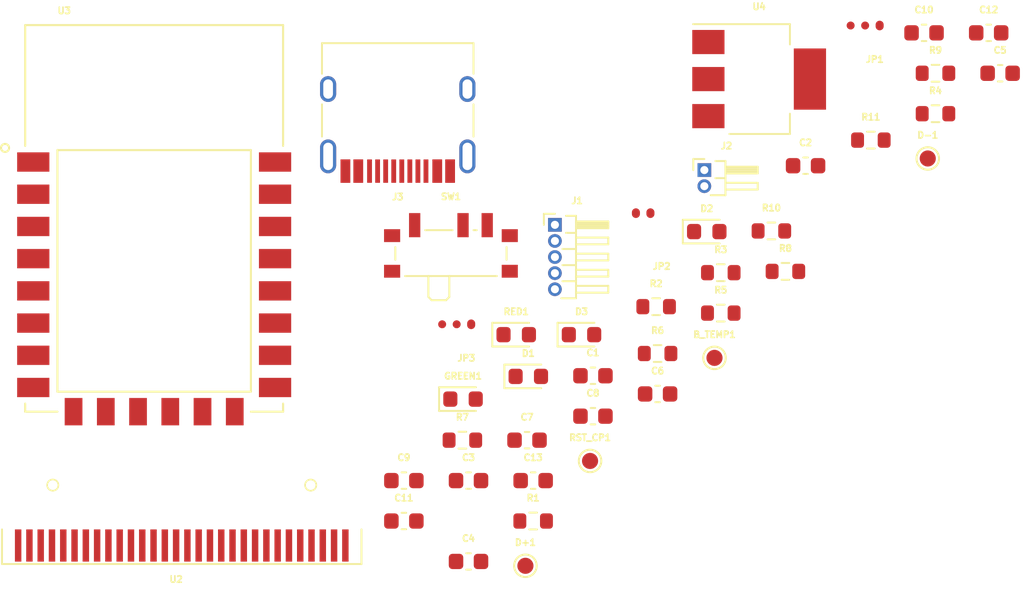
<source format=kicad_pcb>
(kicad_pcb (version 20211014) (generator pcbnew)
  (layers (0 "F.Cu" signal) (31 "B.Cu" signal) (34 "B.Paste" user) (35 "F.Paste" user) (36 "B.SilkS" user "B.Silkscreen") (37 "F.SilkS" user "F.Silkscreen") (38 "B.Mask" user) (39 "F.Mask" user) (44 "Edge.Cuts" user))
  (net 0 "")
  (net 1 "Net-(B_TEMP1-Pad1)")
  (net 2 "Net-(C1-Pad1)")
  (net 3 "GND")
  (net 4 "VIN")
  (net 5 "Net-(C4-Pad1)")
  (net 6 "Net-(C5-Pad1)")
  (net 7 "Net-(C5-Pad2)")
  (net 8 "Net-(C6-Pad1)")
  (net 9 "Net-(C7-Pad1)")
  (net 10 "Net-(C8-Pad1)")
  (net 11 "/RST#")
  (net 12 "Net-(C13-Pad1)")
  (net 13 "+3V3")
  (net 14 "VCC")
  (net 15 "/BATTERY +VE")
  (net 16 "/USB_D+")
  (net 17 "/USB_D-")
  (net 18 "Net-(GREEN1-Pad1)")
  (net 19 "Net-(GREEN1-Pad2)")
  (net 20 "Net-(J1-Pad3)")
  (net 21 "Net-(J1-Pad4)")
  (net 22 "/AT_RXD")
  (net 23 "/CP_TXD")
  (net 24 "/AT_TXD")
  (net 25 "/CP_RXD")
  (net 26 "Net-(R1-Pad2)")
  (net 27 "3.3V")
  (net 28 "/SCL_3.3")
  (net 29 "Net-(R4-Pad1)")
  (net 30 "/SDA_3.3")
  (net 31 "Net-(RED1-Pad1)")
  (net 40 "Net-(C6-Pad2)")
  (net 41 "Net-(C10-Pad1)")
  (net 47 "Net-(JP2-Pad1)")
  (net 48 "Net-(R5-Pad1)")
  (net 49 "Net-(R8-Pad1)")
  (net 50 "Net-(R11-Pad2)")
  (footprint "Package_TO_SOT_SMD:SOT-223" (layer "F.Cu") (at 151.36 78.575)
    (fp_text reference "U4" (at 0 -4.5) (layer "F.SilkS") (effects (font (size 0.4 0.4) (thickness 0.14))))
    (fp_text value "LM3940IMP-3.3/NOPB")
    (fp_line (start -4.1 -3.41) (end 1.91 -3.41) (layer "F.SilkS") (width 0.12))
    (fp_line (start -1.85 3.41) (end 1.91 3.41) (layer "F.SilkS") (width 0.12))
    (fp_line (start 1.91 3.41) (end 1.91 2.15) (layer "F.SilkS") (width 0.12))
    (fp_line (start 1.91 -3.41) (end 1.91 -2.15) (layer "F.SilkS") (width 0.12))
    (pad "1" smd rect (at -3.15 -2.3) (size 2 1.5) (layers "F.Cu" "F.Paste" "F.Mask") (net 41 "Net-(C10-Pad1)"))
    (pad "2" smd rect (at -3.15 0) (size 2 1.5) (layers "F.Cu" "F.Paste" "F.Mask") (net 3 "GND"))
    (pad "3" smd rect (at -3.15 2.3) (size 2 1.5) (layers "F.Cu" "F.Paste" "F.Mask") (net 13 "+3V3"))
    (pad "4" smd rect (at 3.15 0) (size 2 3.8) (layers "F.Cu" "F.Paste" "F.Mask"))
  )
  (footprint "TestPoint:TestPoint_Pad_D1.0mm" (layer "F.Cu") (at 140.87 102.285)
    (fp_text reference "RST_CP1" (at 0 -1.448) (layer "F.SilkS") (effects (font (size 0.4 0.4) (thickness 0.14))))
    (fp_text value "0-RST")
    (fp_circle (center 0 0) (end 0 0.7) (layer "F.SilkS") (width 0.12) (fill none))
    (pad "1" smd circle (at 0 0) (size 1 1) (layers "F.Cu" "F.Mask") (net 26 "Net-(R1-Pad2)"))
  )
  (footprint "TestPoint:TestPoint_Pad_D1.0mm" (layer "F.Cu") (at 136.86 108.795)
    (fp_text reference "D+1" (at 0 -1.448) (layer "F.SilkS") (effects (font (size 0.4 0.4) (thickness 0.14))))
    (fp_text value "D+")
    (fp_circle (center 0 0) (end 0 0.7) (layer "F.SilkS") (width 0.12) (fill none))
    (pad "1" smd circle (at 0 0) (size 1 1) (layers "F.Cu" "F.Mask") (net 16 "/USB_D+"))
  )
  (footprint "Resistor_SMD:R_0603_1608Metric" (layer "F.Cu") (at 137.34 106.015)
    (fp_text reference "R1" (at 0 -1.43) (layer "F.SilkS") (effects (font (size 0.4 0.4) (thickness 0.14))))
    (fp_text value "4.7k")
    (fp_line (start -0.237258 -0.5225) (end 0.237258 -0.5225) (layer "F.SilkS") (width 0.12))
    (fp_line (start -0.237258 0.5225) (end 0.237258 0.5225) (layer "F.SilkS") (width 0.12))
    (pad "1" smd roundrect (at -0.825 0) (size 0.8 0.95) (layers "F.Cu" "F.Paste" "F.Mask") (net 4 "VIN"))
    (pad "2" smd roundrect (at 0.825 0) (size 0.8 0.95) (layers "F.Cu" "F.Paste" "F.Mask") (net 26 "Net-(R1-Pad2)"))
  )
  (footprint "Capacitor_SMD:C_0603_1608Metric" (layer "F.Cu") (at 136.96 100.995)
    (fp_text reference "C7" (at 0 -1.43) (layer "F.SilkS") (effects (font (size 0.4 0.4) (thickness 0.14))))
    (fp_text value "2.2uf")
    (fp_line (start -0.14058 -0.51) (end 0.14058 -0.51) (layer "F.SilkS") (width 0.12))
    (fp_line (start -0.14058 0.51) (end 0.14058 0.51) (layer "F.SilkS") (width 0.12))
    (pad "1" smd roundrect (at -0.775 0) (size 0.9 0.95) (layers "F.Cu" "F.Paste" "F.Mask") (net 9 "Net-(C7-Pad1)"))
    (pad "2" smd roundrect (at 0.775 0) (size 0.9 0.95) (layers "F.Cu" "F.Paste" "F.Mask") (net 3 "GND"))
  )
  (footprint "Capacitor_SMD:C_0603_1608Metric" (layer "F.Cu") (at 165.6 75.705)
    (fp_text reference "C12" (at 0 -1.43) (layer "F.SilkS") (effects (font (size 0.4 0.4) (thickness 0.14))))
    (fp_text value "10uf")
    (fp_line (start -0.14058 0.51) (end 0.14058 0.51) (layer "F.SilkS") (width 0.12))
    (fp_line (start -0.14058 -0.51) (end 0.14058 -0.51) (layer "F.SilkS") (width 0.12))
    (pad "1" smd roundrect (at -0.775 0) (size 0.9 0.95) (layers "F.Cu" "F.Paste" "F.Mask") (net 15 "/BATTERY +VE"))
    (pad "2" smd roundrect (at 0.775 0) (size 0.9 0.95) (layers "F.Cu" "F.Paste" "F.Mask") (net 3 "GND"))
  )
  (footprint "Capacitor_SMD:C_0603_1608Metric" (layer "F.Cu") (at 133.33 103.505)
    (fp_text reference "C3" (at 0 -1.43) (layer "F.SilkS") (effects (font (size 0.4 0.4) (thickness 0.14))))
    (fp_text value "1uf")
    (fp_line (start -0.14058 -0.51) (end 0.14058 -0.51) (layer "F.SilkS") (width 0.12))
    (fp_line (start -0.14058 0.51) (end 0.14058 0.51) (layer "F.SilkS") (width 0.12))
    (pad "1" smd roundrect (at -0.775 0) (size 0.9 0.95) (layers "F.Cu" "F.Paste" "F.Mask") (net 4 "VIN"))
    (pad "2" smd roundrect (at 0.775 0) (size 0.9 0.95) (layers "F.Cu" "F.Paste" "F.Mask") (net 3 "GND"))
  )
  (footprint "Display:OLED-128O064D" (layer "F.Cu") (at 115.54 107.535)
    (fp_text reference "U2" (at -0.35 2.1) (layer "F.SilkS") (effects (font (size 0.4 0.4) (thickness 0.14))))
    (fp_text value "SSD1306")
    (fp_line (start 11.15 1.15) (end 11.15 -1) (layer "F.SilkS") (width 0.12))
    (fp_line (start -11.15 1.15) (end 11.15 1.15) (layer "F.SilkS") (width 0.12))
    (fp_line (start -11.15 -1) (end -11.15 1.15) (layer "F.SilkS") (width 0.12))
    (fp_circle (center -8 -3.75) (end -7.65 -3.75) (layer "F.SilkS") (width 0.1) (fill none))
    (fp_circle (center 8 -3.75) (end 8.35 -3.75) (layer "F.SilkS") (width 0.1) (fill none))
    (pad "1" smd rect (at -10.15 0) (size 0.4 2) (layers "F.Cu" "F.Paste" "F.Mask") (net 3 "GND"))
    (pad "2" smd rect (at -9.45 0) (size 0.4 2) (layers "F.Cu" "F.Paste" "F.Mask") (net 7 "Net-(C5-Pad2)"))
    (pad "3" smd rect (at -8.75 0) (size 0.4 2) (layers "F.Cu" "F.Paste" "F.Mask") (net 6 "Net-(C5-Pad1)"))
    (pad "4" smd rect (at -8.05 0) (size 0.4 2) (layers "F.Cu" "F.Paste" "F.Mask") (net 8 "Net-(C6-Pad1)"))
    (pad "5" smd rect (at -7.35 0) (size 0.4 2) (layers "F.Cu" "F.Paste" "F.Mask") (net 40 "Net-(C6-Pad2)"))
    (pad "6" smd rect (at -6.65 0) (size 0.4 2) (layers "F.Cu" "F.Paste" "F.Mask") (net 27 "3.3V"))
    (pad "7" smd rect (at -5.95 0) (size 0.4 2) (layers "F.Cu" "F.Paste" "F.Mask"))
    (pad "8" smd rect (at -5.25 0) (size 0.4 2) (layers "F.Cu" "F.Paste" "F.Mask") (net 3 "GND"))
    (pad "9" smd rect (at -4.55 0) (size 0.4 2) (layers "F.Cu" "F.Paste" "F.Mask") (net 27 "3.3V"))
    (pad "10" smd rect (at -3.85 0) (size 0.4 2) (layers "F.Cu" "F.Paste" "F.Mask") (net 3 "GND"))
    (pad "11" smd rect (at -3.15 0) (size 0.4 2) (layers "F.Cu" "F.Paste" "F.Mask") (net 27 "3.3V"))
    (pad "12" smd rect (at -2.45 0) (size 0.4 2) (layers "F.Cu" "F.Paste" "F.Mask") (net 3 "GND"))
    (pad "13" smd rect (at -1.75 0) (size 0.4 2) (layers "F.Cu" "F.Paste" "F.Mask") (net 3 "GND"))
    (pad "14" smd rect (at -1.05 0) (size 0.4 2) (layers "F.Cu" "F.Paste" "F.Mask"))
    (pad "15" smd rect (at -0.35 0) (size 0.4 2) (layers "F.Cu" "F.Paste" "F.Mask"))
    (pad "16" smd rect (at 0.35 0) (size 0.4 2) (layers "F.Cu" "F.Paste" "F.Mask"))
    (pad "17" smd rect (at 1.05 0) (size 0.4 2) (layers "F.Cu" "F.Paste" "F.Mask"))
    (pad "18" smd rect (at 1.75 0) (size 0.4 2) (layers "F.Cu" "F.Paste" "F.Mask") (net 28 "/SCL_3.3"))
    (pad "19" smd rect (at 2.45 0) (size 0.4 2) (layers "F.Cu" "F.Paste" "F.Mask") (net 30 "/SDA_3.3"))
    (pad "20" smd rect (at 3.15 0) (size 0.4 2) (layers "F.Cu" "F.Paste" "F.Mask") (net 30 "/SDA_3.3"))
    (pad "21" smd rect (at 3.85 0) (size 0.4 2) (layers "F.Cu" "F.Paste" "F.Mask"))
    (pad "22" smd rect (at 4.55 0) (size 0.4 2) (layers "F.Cu" "F.Paste" "F.Mask"))
    (pad "23" smd rect (at 5.25 0) (size 0.4 2) (layers "F.Cu" "F.Paste" "F.Mask"))
    (pad "24" smd rect (at 5.95 0) (size 0.4 2) (layers "F.Cu" "F.Paste" "F.Mask"))
    (pad "25" smd rect (at 6.65 0) (size 0.4 2) (layers "F.Cu" "F.Paste" "F.Mask"))
    (pad "26" smd rect (at 7.35 0) (size 0.4 2) (layers "F.Cu" "F.Paste" "F.Mask") (net 48 "Net-(R5-Pad1)"))
    (pad "27" smd rect (at 8.05 0) (size 0.4 2) (layers "F.Cu" "F.Paste" "F.Mask") (net 9 "Net-(C7-Pad1)"))
    (pad "28" smd rect (at 8.75 0) (size 0.4 2) (layers "F.Cu" "F.Paste" "F.Mask") (net 10 "Net-(C8-Pad1)"))
    (pad "29" smd rect (at 9.45 0) (size 0.4 2) (layers "F.Cu" "F.Paste" "F.Mask") (net 3 "GND"))
    (pad "30" smd rect (at 10.15 0) (size 0.4 2) (layers "F.Cu" "F.Paste" "F.Mask") (net 3 "GND"))
  )
  (footprint "Capacitor_SMD:C_0603_1608Metric" (layer "F.Cu") (at 145.06 98.125)
    (fp_text reference "C6" (at 0 -1.43) (layer "F.SilkS") (effects (font (size 0.4 0.4) (thickness 0.14))))
    (fp_text value "1uf")
    (fp_line (start -0.14058 -0.51) (end 0.14058 -0.51) (layer "F.SilkS") (width 0.12))
    (fp_line (start -0.14058 0.51) (end 0.14058 0.51) (layer "F.SilkS") (width 0.12))
    (pad "1" smd roundrect (at -0.775 0) (size 0.9 0.95) (layers "F.Cu" "F.Paste" "F.Mask") (net 8 "Net-(C6-Pad1)"))
    (pad "2" smd roundrect (at 0.775 0) (size 0.9 0.95) (layers "F.Cu" "F.Paste" "F.Mask") (net 40 "Net-(C6-Pad2)"))
  )
  (footprint "TEST_POINT_MATRIX_6-PIN:3_PIN_SOLDER_JUMPER_SMD" (layer "F.Cu") (at 158.535 77.85)
    (fp_text reference "JP1" (at 0 -0.5 unlocked) (layer "F.SilkS") (effects (font (size 0.4 0.4) (thickness 0.14))))
    (fp_text value "SolderJumper_3_Open")
    (pad "1" smd oval (at 0.3 -2.6) (size 0.5 0.6) (layers "F.Cu" "F.Paste" "F.Mask") (net 22 "/AT_RXD") (clearance 0.2))
    (pad "2" smd custom (at -0.6 -2.6) (size 0.5 0.5) (layers "F.Cu" "F.Paste" "F.Mask") (net 20 "Net-(J1-Pad3)") (clearance 0.2) (options (clearance outline) (anchor circle)) (primitives))
    (pad "3" smd custom (at -1.5 -2.6) (size 0.5 0.5) (layers "F.Cu" "F.Paste" "F.Mask") (net 23 "/CP_TXD") (clearance 0.2) (options (clearance outline) (anchor circle)) (primitives))
  )
  (footprint "Resistor_SMD:R_0603_1608Metric" (layer "F.Cu") (at 148.98 90.595)
    (fp_text reference "R3" (at 0 -1.43) (layer "F.SilkS") (effects (font (size 0.4 0.4) (thickness 0.14))))
    (fp_text value "10k")
    (fp_line (start -0.237258 0.5225) (end 0.237258 0.5225) (layer "F.SilkS") (width 0.12))
    (fp_line (start -0.237258 -0.5225) (end 0.237258 -0.5225) (layer "F.SilkS") (width 0.12))
    (pad "1" smd roundrect (at -0.825 0) (size 0.8 0.95) (layers "F.Cu" "F.Paste" "F.Mask") (net 27 "3.3V"))
    (pad "2" smd roundrect (at 0.825 0) (size 0.8 0.95) (layers "F.Cu" "F.Paste" "F.Mask") (net 30 "/SDA_3.3"))
  )
  (footprint "Connector_USB:USB_C_Receptacle_HRO_TYPE-C-31-M-12" (layer "F.Cu") (at 128.94 80.245 180)
    (fp_text reference "J3" (at 0 -5.645) (layer "F.SilkS") (effects (font (size 0.4 0.4) (thickness 0.14))))
    (fp_text value "USB_C_Receptacle_USB2.0")
    (fp_line (start -4.7 -1.9) (end -4.7 0.1) (layer "F.SilkS") (width 0.12))
    (fp_line (start -4.7 3.9) (end 4.7 3.9) (layer "F.SilkS") (width 0.12))
    (fp_line (start -4.7 2) (end -4.7 3.9) (layer "F.SilkS") (width 0.12))
    (fp_line (start 4.7 2) (end 4.7 3.9) (layer "F.SilkS") (width 0.12))
    (fp_line (start 4.7 -1.9) (end 4.7 0.1) (layer "F.SilkS") (width 0.12))
    (pad "" np_thru_hole circle (at 2.89 -2.6 180) (size 0.65 0.65) (drill 0.65) (layers *.Cu *.Mask))
    (pad "" np_thru_hole circle (at -2.89 -2.6 180) (size 0.65 0.65) (drill 0.65) (layers *.Cu *.Mask))
    (pad "A1" smd rect (at -3.25 -4.045 180) (size 0.6 1.45) (layers "F.Cu" "F.Paste" "F.Mask") (net 3 "GND"))
    (pad "A4" smd rect (at -2.45 -4.045 180) (size 0.6 1.45) (layers "F.Cu" "F.Paste" "F.Mask") (net 4 "VIN"))
    (pad "A5" smd rect (at -1.25 -4.045 180) (size 0.3 1.45) (layers "F.Cu" "F.Paste" "F.Mask"))
    (pad "A6" smd rect (at -0.25 -4.045 180) (size 0.3 1.45) (layers "F.Cu" "F.Paste" "F.Mask") (net 16 "/USB_D+"))
    (pad "A7" smd rect (at 0.25 -4.045 180) (size 0.3 1.45) (layers "F.Cu" "F.Paste" "F.Mask") (net 17 "/USB_D-"))
    (pad "A8" smd rect (at 1.25 -4.045 180) (size 0.3 1.45) (layers "F.Cu" "F.Paste" "F.Mask"))
    (pad "A9" smd rect (at 2.45 -4.045 180) (size 0.6 1.45) (layers "F.Cu" "F.Paste" "F.Mask") (net 4 "VIN"))
    (pad "A12" smd rect (at 3.25 -4.045 180) (size 0.6 1.45) (layers "F.Cu" "F.Paste" "F.Mask") (net 3 "GND"))
    (pad "B1" smd rect (at 3.25 -4.045 180) (size 0.6 1.45) (layers "F.Cu" "F.Paste" "F.Mask") (net 3 "GND"))
    (pad "B4" smd rect (at 2.45 -4.045 180) (size 0.6 1.45) (layers "F.Cu" "F.Paste" "F.Mask") (net 4 "VIN"))
    (pad "B5" smd rect (at 1.75 -4.045 180) (size 0.3 1.45) (layers "F.Cu" "F.Paste" "F.Mask"))
    (pad "B6" smd rect (at 0.75 -4.045 180) (size 0.3 1.45) (layers "F.Cu" "F.Paste" "F.Mask") (net 16 "/USB_D+"))
    (pad "B7" smd rect (at -0.75 -4.045 180) (size 0.3 1.45) (layers "F.Cu" "F.Paste" "F.Mask") (net 17 "/USB_D-"))
    (pad "B8" smd rect (at -1.75 -4.045 180) (size 0.3 1.45) (layers "F.Cu" "F.Paste" "F.Mask"))
    (pad "B9" smd rect (at -2.45 -4.045 180) (size 0.6 1.45) (layers "F.Cu" "F.Paste" "F.Mask") (net 4 "VIN"))
    (pad "B12" smd rect (at -3.25 -4.045 180) (size 0.6 1.45) (layers "F.Cu" "F.Paste" "F.Mask") (net 3 "GND"))
    (pad "S1" thru_hole oval (at -4.32 1.05 180) (size 1 1.6) (drill oval 0.6 1.2) (layers *.Cu *.Mask))
    (pad "S1" thru_hole oval (at -4.32 -3.13 180) (size 1 2.1) (drill oval 0.6 1.7) (layers *.Cu *.Mask))
    (pad "S1" thru_hole oval (at 4.32 1.05 180) (size 1 1.6) (drill oval 0.6 1.2) (layers *.Cu *.Mask))
    (pad "S1" thru_hole oval (at 4.32 -3.13 180) (size 1 2.1) (drill oval 0.6 1.7) (layers *.Cu *.Mask))
  )
  (footprint "LED_SMD:LED_0603_1608Metric" (layer "F.Cu") (at 136.29 94.445)
    (fp_text reference "RED1" (at 0 -1.43) (layer "F.SilkS") (effects (font (size 0.4 0.4) (thickness 0.14))))
    (fp_text value "LED RED")
    (fp_line (start -1.485 0.735) (end 0.8 0.735) (layer "F.SilkS") (width 0.12))
    (fp_line (start -1.485 -0.735) (end -1.485 0.735) (layer "F.SilkS") (width 0.12))
    (fp_line (start 0.8 -0.735) (end -1.485 -0.735) (layer "F.SilkS") (width 0.12))
    (pad "1" smd roundrect (at -0.7875 0) (size 0.875 0.95) (layers "F.Cu" "F.Paste" "F.Mask") (net 31 "Net-(RED1-Pad1)"))
    (pad "2" smd roundrect (at 0.7875 0) (size 0.875 0.95) (layers "F.Cu" "F.Paste" "F.Mask") (net 49 "Net-(R8-Pad1)"))
  )
  (footprint "Capacitor_SMD:C_0603_1608Metric" (layer "F.Cu") (at 141.05 96.995)
    (fp_text reference "C1" (at 0 -1.43) (layer "F.SilkS") (effects (font (size 0.4 0.4) (thickness 0.14))))
    (fp_text value "4.7uf")
    (fp_line (start -0.14058 0.51) (end 0.14058 0.51) (layer "F.SilkS") (width 0.12))
    (fp_line (start -0.14058 -0.51) (end 0.14058 -0.51) (layer "F.SilkS") (width 0.12))
    (pad "1" smd roundrect (at -0.775 0) (size 0.9 0.95) (layers "F.Cu" "F.Paste" "F.Mask") (net 2 "Net-(C1-Pad1)"))
    (pad "2" smd roundrect (at 0.775 0) (size 0.9 0.95) (layers "F.Cu" "F.Paste" "F.Mask") (net 3 "GND"))
  )
  (footprint "Resistor_SMD:R_0603_1608Metric" (layer "F.Cu") (at 162.3 80.725)
    (fp_text reference "R4" (at 0 -1.43) (layer "F.SilkS") (effects (font (size 0.4 0.4) (thickness 0.14))))
    (fp_text value "10k")
    (fp_line (start -0.237258 0.5225) (end 0.237258 0.5225) (layer "F.SilkS") (width 0.12))
    (fp_line (start -0.237258 -0.5225) (end 0.237258 -0.5225) (layer "F.SilkS") (width 0.12))
    (pad "1" smd roundrect (at -0.825 0) (size 0.8 0.95) (layers "F.Cu" "F.Paste" "F.Mask") (net 29 "Net-(R4-Pad1)"))
    (pad "2" smd roundrect (at 0.825 0) (size 0.8 0.95) (layers "F.Cu" "F.Paste" "F.Mask") (net 3 "GND"))
  )
  (footprint "TEST_POINT_MATRIX_6-PIN:2_PIN_SMD_SOLDER_JUMPER" (layer "F.Cu") (at 145.315 90.7)
    (fp_text reference "JP2" (at 0 -0.5 unlocked) (layer "F.SilkS") (effects (font (size 0.4 0.4) (thickness 0.14))))
    (fp_text value "RST")
    (pad "1" smd oval (at -1.6 -3.8) (size 0.5 0.6) (layers "F.Cu" "F.Paste" "F.Mask") (net 47 "Net-(JP2-Pad1)") (clearance 0.2))
    (pad "2" smd oval (at -0.7 -3.8) (size 0.5 0.6) (layers "F.Cu" "F.Paste" "F.Mask") (net 5 "Net-(C4-Pad1)") (clearance 0.2))
  )
  (footprint "ESP8266 FT:XCVR_ESP8266-12E_ESP-12E" (layer "F.Cu") (at 113.8285 90.725)
    (fp_text reference "U3" (at -5.57929 -16.39759) (layer "F.SilkS") (effects (font (size 0.4 0.4) (thickness 0.14))))
    (fp_text value "ESP8266-12E/ESP-12E")
    (fp_line (start 8 8) (end 8 8.5) (layer "F.SilkS") (width 0.127))
    (fp_line (start -6 7.26) (end -6 -7.74) (layer "F.SilkS") (width 0.127))
    (fp_line (start 6 7.26) (end -6 7.26) (layer "F.SilkS") (width 0.127))
    (fp_line (start 8 8.5) (end 6 8.5) (layer "F.SilkS") (width 0.127))
    (fp_line (start -8 -8) (end -8 -15.5) (layer "F.SilkS") (width 0.127))
    (fp_line (start -6 -7.74) (end 6 -7.74) (layer "F.SilkS") (width 0.127))
    (fp_line (start -8 -15.5) (end 8 -15.5) (layer "F.SilkS") (width 0.127))
    (fp_line (start 6 -7.74) (end 6 7.26) (layer "F.SilkS") (width 0.127))
    (fp_line (start 8 -15.5) (end 8 -8) (layer "F.SilkS") (width 0.127))
    (fp_line (start -8 8.5) (end -6 8.5) (layer "F.SilkS") (width 0.127))
    (fp_line (start -8 8) (end -8 8.5) (layer "F.SilkS") (width 0.127))
    (fp_circle (center -9.25 -7.875) (end -9 -7.875) (layer "F.SilkS") (width 0.127) (fill none))
    (pad "1" smd rect locked (at -7.5 -7) (size 2 1.2) (layers "F.Cu" "F.Paste" "F.Mask"))
    (pad "2" smd rect locked (at -7.5 -5) (size 2 1.2) (layers "F.Cu" "F.Paste" "F.Mask"))
    (pad "3" smd rect locked (at -7.5 -3) (size 2 1.2) (layers "F.Cu" "F.Paste" "F.Mask"))
    (pad "4" smd rect locked (at -7.5 -1) (size 2 1.2) (layers "F.Cu" "F.Paste" "F.Mask"))
    (pad "5" smd rect locked (at -7.5 1) (size 2 1.2) (layers "F.Cu" "F.Paste" "F.Mask"))
    (pad "6" smd rect locked (at -7.5 3) (size 2 1.2) (layers "F.Cu" "F.Paste" "F.Mask"))
    (pad "7" smd rect locked (at -7.5 5) (size 2 1.2) (layers "F.Cu" "F.Paste" "F.Mask"))
    (pad "8" smd rect locked (at -7.5 7) (size 2 1.2) (layers "F.Cu" "F.Paste" "F.Mask"))
    (pad "9" smd rect locked (at -5 8.5) (size 1.1 1.7) (layers "F.Cu" "F.Paste" "F.Mask"))
    (pad "10" smd rect locked (at -3 8.5) (size 1.1 1.7) (layers "F.Cu" "F.Paste" "F.Mask"))
    (pad "11" smd rect locked (at -1 8.5) (size 1.1 1.7) (layers "F.Cu" "F.Paste" "F.Mask"))
    (pad "12" smd rect locked (at 1 8.5) (size 1.1 1.7) (layers "F.Cu" "F.Paste" "F.Mask"))
    (pad "13" smd rect locked (at 3 8.5) (size 1.1 1.7) (layers "F.Cu" "F.Paste" "F.Mask"))
    (pad "14" smd rect locked (at 5 8.5) (size 1.1 1.7) (layers "F.Cu" "F.Paste" "F.Mask"))
    (pad "15" smd rect locked (at 7.5 7) (size 2 1.2) (layers "F.Cu" "F.Paste" "F.Mask"))
    (pad "16" smd rect locked (at 7.5 5) (size 2 1.2) (layers "F.Cu" "F.Paste" "F.Mask"))
    (pad "17" smd rect locked (at 7.5 3) (size 2 1.2) (layers "F.Cu" "F.Paste" "F.Mask"))
    (pad "18" smd rect locked (at 7.5 1) (size 2 1.2) (layers "F.Cu" "F.Paste" "F.Mask"))
    (pad "19" smd rect locked (at 7.5 -1) (size 2 1.2) (layers "F.Cu" "F.Paste" "F.Mask"))
    (pad "20" smd rect locked (at 7.5 -3) (size 2 1.2) (layers "F.Cu" "F.Paste" "F.Mask"))
    (pad "21" smd rect locked (at 7.5 -5) (size 2 1.2) (layers "F.Cu" "F.Paste" "F.Mask"))
    (pad "22" smd rect locked (at 7.5 -7) (size 2 1.2) (layers "F.Cu" "F.Paste" "F.Mask"))
  )
  (footprint "Resistor_SMD:R_0603_1608Metric" (layer "F.Cu") (at 152.99 90.515)
    (fp_text reference "R8" (at 0 -1.43) (layer "F.SilkS") (effects (font (size 0.4 0.4) (thickness 0.14))))
    (fp_text value "1k")
    (fp_line (start -0.237258 -0.5225) (end 0.237258 -0.5225) (layer "F.SilkS") (width 0.12))
    (fp_line (start -0.237258 0.5225) (end 0.237258 0.5225) (layer "F.SilkS") (width 0.12))
    (pad "1" smd roundrect (at -0.825 0) (size 0.8 0.95) (layers "F.Cu" "F.Paste" "F.Mask") (net 49 "Net-(R8-Pad1)"))
    (pad "2" smd roundrect (at 0.825 0) (size 0.8 0.95) (layers "F.Cu" "F.Paste" "F.Mask") (net 12 "Net-(C13-Pad1)"))
  )
  (footprint "Diode_SMD:D_0603_1608Metric" (layer "F.Cu") (at 148.11 88.045)
    (fp_text reference "D2" (at 0 -1.43) (layer "F.SilkS") (effects (font (size 0.4 0.4) (thickness 0.14))))
    (fp_text value "D_Schottky")
    (fp_line (start -1.485 -0.735) (end -1.485 0.735) (layer "F.SilkS") (width 0.12))
    (fp_line (start -1.485 0.735) (end 0.8 0.735) (layer "F.SilkS") (width 0.12))
    (fp_line (start 0.8 -0.735) (end -1.485 -0.735) (layer "F.SilkS") (width 0.12))
    (pad "1" smd roundrect (at -0.7875 0) (size 0.875 0.95) (layers "F.Cu" "F.Paste" "F.Mask") (net 16 "/USB_D+"))
    (pad "2" smd roundrect (at 0.7875 0) (size 0.875 0.95) (layers "F.Cu" "F.Paste" "F.Mask") (net 3 "GND"))
  )
  (footprint "Resistor_SMD:R_0603_1608Metric" (layer "F.Cu") (at 162.3 78.215)
    (fp_text reference "R9" (at 0 -1.43) (layer "F.SilkS") (effects (font (size 0.4 0.4) (thickness 0.14))))
    (fp_text value "R_Small_US")
    (fp_line (start -0.237258 -0.5225) (end 0.237258 -0.5225) (layer "F.SilkS") (width 0.12))
    (fp_line (start -0.237258 0.5225) (end 0.237258 0.5225) (layer "F.SilkS") (width 0.12))
    (pad "1" smd roundrect (at -0.825 0) (size 0.8 0.95) (layers "F.Cu" "F.Paste" "F.Mask") (net 12 "Net-(C13-Pad1)"))
    (pad "2" smd roundrect (at 0.825 0) (size 0.8 0.95) (layers "F.Cu" "F.Paste" "F.Mask") (net 1 "Net-(B_TEMP1-Pad1)"))
  )
  (footprint "LED_SMD:LED_0603_1608Metric" (layer "F.Cu") (at 132.99 98.445)
    (fp_text reference "GREEN1" (at 0 -1.43) (layer "F.SilkS") (effects (font (size 0.4 0.4) (thickness 0.14))))
    (fp_text value "LED GREEN")
    (fp_line (start 0.8 -0.735) (end -1.485 -0.735) (layer "F.SilkS") (width 0.12))
    (fp_line (start -1.485 -0.735) (end -1.485 0.735) (layer "F.SilkS") (width 0.12))
    (fp_line (start -1.485 0.735) (end 0.8 0.735) (layer "F.SilkS") (width 0.12))
    (pad "1" smd roundrect (at -0.7875 0) (size 0.875 0.95) (layers "F.Cu" "F.Paste" "F.Mask") (net 18 "Net-(GREEN1-Pad1)"))
    (pad "2" smd roundrect (at 0.7875 0) (size 0.875 0.95) (layers "F.Cu" "F.Paste" "F.Mask") (net 19 "Net-(GREEN1-Pad2)"))
  )
  (footprint "TEST_POINT_MATRIX_6-PIN:3_PIN_SOLDER_JUMPER_SMD" (layer "F.Cu") (at 133.195 96.4)
    (fp_text reference "JP3" (at 0 -0.5 unlocked) (layer "F.SilkS") (effects (font (size 0.4 0.4) (thickness 0.14))))
    (fp_text value "SolderJumper_3_Open")
    (pad "1" smd oval (at 0.3 -2.6) (size 0.5 0.6) (layers "F.Cu" "F.Paste" "F.Mask") (net 24 "/AT_TXD") (clearance 0.2))
    (pad "2" smd custom (at -0.6 -2.6) (size 0.5 0.5) (layers "F.Cu" "F.Paste" "F.Mask") (net 21 "Net-(J1-Pad4)") (clearance 0.2) (options (clearance outline) (anchor circle)) (primitives))
    (pad "3" smd custom (at -1.5 -2.6) (size 0.5 0.5) (layers "F.Cu" "F.Paste" "F.Mask") (net 25 "/CP_RXD") (clearance 0.2) (options (clearance outline) (anchor circle)) (primitives))
  )
  (footprint "Connector_PinHeader_1.00mm:PinHeader_1x05_P1.00mm_Horizontal" (layer "F.Cu") (at 138.69 87.625)
    (fp_text reference "J1" (at 1.375 -1.5) (layer "F.SilkS") (effects (font (size 0.4 0.4) (thickness 0.14))))
    (fp_text value "UART")
    (fp_line (start 3.31 1.79) (end 3.31 2.21) (layer "F.SilkS") (width 0.12))
    (fp_line (start 0.468215 2.5) (end 1.31 2.5) (layer "F.SilkS") (width 0.12))
    (fp_line (start 3.31 1.21) (end 1.31 1.21) (layer "F.SilkS") (width 0.12))
    (fp_line (start 1.31 0.09) (end 3.31 0.09) (layer "F.SilkS") (width 0.12))
    (fp_line (start -0.685 0) (end -0.685 -0.685) (layer "F.SilkS") (width 0.12))
    (fp_line (start -0.685 -0.685) (end 0 -0.685) (layer "F.SilkS") (width 0.12))
    (fp_line (start 3.31 0.79) (end 3.31 1.21) (layer "F.SilkS") (width 0.12))
    (fp_line (start 1.31 4.56) (end 0.394493 4.56) (layer "F.SilkS") (width 0.12))
    (fp_line (start 3.31 4.21) (end 1.31 4.21) (layer "F.SilkS") (width 0.12))
    (fp_line (start 3.31 3.21) (end 1.31 3.21) (layer "F.SilkS") (width 0.12))
    (fp_line (start 0.468215 3.5) (end 1.31 3.5) (layer "F.SilkS") (width 0.12))
    (fp_line (start 1.31 -0.15) (end 3.31 -0.15) (layer "F.SilkS") (width 0.12))
    (fp_line (start 0.685 0.5) (end 1.31 0.5) (layer "F.SilkS") (width 0.12))
    (fp_line (start 1.31 -0.56) (end 1.31 4.56) (layer "F.SilkS") (width 0.12))
    (fp_line (start 1.31 -0.03) (end 3.31 -0.03) (layer "F.SilkS") (width 0.12))
    (fp_line (start 1.31 3.79) (end 3.31 3.79) (layer "F.SilkS") (width 0.12))
    (fp_line (start 1.31 -0.21) (end 3.31 -0.21) (layer "F.SilkS") (width 0.12))
    (fp_line (start 3.31 2.79) (end 3.31 3.21) (layer "F.SilkS") (width 0.12))
    (fp_line (start 0.685 -0.56) (end 1.31 -0.56) (layer "F.SilkS") (width 0.12))
    (fp_line (start 3.31 -0.21) (end 3.31 0.21) (layer "F.SilkS") (width 0.12))
    (fp_line (start 3.31 3.79) (end 3.31 4.21) (layer "F.SilkS") (width 0.12))
    (fp_line (start 1.31 2.79) (end 3.31 2.79) (layer "F.SilkS") (width 0.12))
    (fp_line (start 0.468215 1.5) (end 1.31 1.5) (layer "F.SilkS") (width 0.12))
    (fp_line (start 1.31 1.79) (end 3.31 1.79) (layer "F.SilkS") (width 0.12))
    (fp_line (start 3.31 0.21) (end 1.31 0.21) (layer "F.SilkS") (width 0.12))
    (fp_line (start 1.31 0.79) (end 3.31 0.79) (layer "F.SilkS") (width 0.12))
    (fp_line (start 3.31 2.21) (end 1.31 2.21) (layer "F.SilkS") (width 0.12))
    (pad "1" thru_hole rect (at 0 0) (size 0.85 0.85) (drill 0.5) (layers *.Cu *.Mask) (net 4 "VIN"))
    (pad "2" thru_hole oval (at 0 1) (size 0.85 0.85) (drill 0.5) (layers *.Cu *.Mask) (net 3 "GND"))
    (pad "3" thru_hole oval (at 0 2) (size 0.85 0.85) (drill 0.5) (layers *.Cu *.Mask) (net 20 "Net-(J1-Pad3)"))
    (pad "4" thru_hole oval (at 0 3) (size 0.85 0.85) (drill 0.5) (layers *.Cu *.Mask) (net 21 "Net-(J1-Pad4)"))
    (pad "5" thru_hole oval (at 0 4) (size 0.85 0.85) (drill 0.5) (layers *.Cu *.Mask) (net 2 "Net-(C1-Pad1)"))
  )
  (footprint "Resistor_SMD:R_0603_1608Metric" (layer "F.Cu") (at 145.06 95.615)
    (fp_text reference "R6" (at 0 -1.43) (layer "F.SilkS") (effects (font (size 0.4 0.4) (thickness 0.14))))
    (fp_text value "0.4R")
    (fp_line (start -0.237258 0.5225) (end 0.237258 0.5225) (layer "F.SilkS") (width 0.12))
    (fp_line (start -0.237258 -0.5225) (end 0.237258 -0.5225) (layer "F.SilkS") (width 0.12))
    (pad "1" smd roundrect (at -0.825 0) (size 0.8 0.95) (layers "F.Cu" "F.Paste" "F.Mask") (net 14 "VCC"))
    (pad "2" smd roundrect (at 0.825 0) (size 0.8 0.95) (layers "F.Cu" "F.Paste" "F.Mask") (net 41 "Net-(C10-Pad1)"))
  )
  (footprint "Capacitor_SMD:C_0603_1608Metric" (layer "F.Cu") (at 141.05 99.505)
    (fp_text reference "C8" (at 0 -1.43) (layer "F.SilkS") (effects (font (size 0.4 0.4) (thickness 0.14))))
    (fp_text value "10uf")
    (fp_line (start -0.14058 -0.51) (end 0.14058 -0.51) (layer "F.SilkS") (width 0.12))
    (fp_line (start -0.14058 0.51) (end 0.14058 0.51) (layer "F.SilkS") (width 0.12))
    (pad "1" smd roundrect (at -0.775 0) (size 0.9 0.95) (layers "F.Cu" "F.Paste" "F.Mask") (net 10 "Net-(C8-Pad1)"))
    (pad "2" smd roundrect (at 0.775 0) (size 0.9 0.95) (layers "F.Cu" "F.Paste" "F.Mask") (net 3 "GND"))
  )
  (footprint "Resistor_SMD:R_0603_1608Metric" (layer "F.Cu") (at 144.97 92.705)
    (fp_text reference "R2" (at 0 -1.43) (layer "F.SilkS") (effects (font (size 0.4 0.4) (thickness 0.14))))
    (fp_text value "10k")
    (fp_line (start -0.237258 -0.5225) (end 0.237258 -0.5225) (layer "F.SilkS") (width 0.12))
    (fp_line (start -0.237258 0.5225) (end 0.237258 0.5225) (layer "F.SilkS") (width 0.12))
    (pad "1" smd roundrect (at -0.825 0) (size 0.8 0.95) (layers "F.Cu" "F.Paste" "F.Mask") (net 27 "3.3V"))
    (pad "2" smd roundrect (at 0.825 0) (size 0.8 0.95) (layers "F.Cu" "F.Paste" "F.Mask") (net 28 "/SCL_3.3"))
  )
  (footprint "Connector_PinHeader_1.00mm:PinHeader_1x02_P1.00mm_Horizontal" (layer "F.Cu") (at 147.96 84.225)
    (fp_text reference "J2" (at 1.375 -1.5) (layer "F.SilkS") (effects (font (size 0.4 0.4) (thickness 0.14))))
    (fp_text value "Li-Ion 3.7 CONN")
    (fp_line (start 1.31 -0.21) (end 3.31 -0.21) (layer "F.SilkS") (width 0.12))
    (fp_line (start 3.31 0.21) (end 1.31 0.21) (layer "F.SilkS") (width 0.12))
    (fp_line (start 1.31 0.79) (end 3.31 0.79) (layer "F.SilkS") (width 0.12))
    (fp_line (start 1.31 1.56) (end 0.394493 1.56) (layer "F.SilkS") (width 0.12))
    (fp_line (start 1.31 -0.15) (end 3.31 -0.15) (layer "F.SilkS") (width 0.12))
    (fp_line (start 3.31 1.21) (end 1.31 1.21) (layer "F.SilkS") (width 0.12))
    (fp_line (start 1.31 -0.03) (end 3.31 -0.03) (layer "F.SilkS") (width 0.12))
    (fp_line (start 3.31 0.79) (end 3.31 1.21) (layer "F.SilkS") (width 0.12))
    (fp_line (start 1.31 0.09) (end 3.31 0.09) (layer "F.SilkS") (width 0.12))
    (fp_line (start 0.685 0.5) (end 1.31 0.5) (layer "F.SilkS") (width 0.12))
    (fp_line (start 0.685 -0.56) (end 1.31 -0.56) (layer "F.SilkS") (width 0.12))
    (fp_line (start 3.31 -0.21) (end 3.31 0.21) (layer "F.SilkS") (width 0.12))
    (fp_line (start -0.685 -0.685) (end 0 -0.685) (layer "F.SilkS") (width 0.12))
    (fp_line (start 1.31 -0.56) (end 1.31 1.56) (layer "F.SilkS") (width 0.12))
    (fp_line (start -0.685 0) (end -0.685 -0.685) (layer "F.SilkS") (width 0.12))
    (pad "1" thru_hole rect (at 0 0) (size 0.85 0.85) (drill 0.5) (layers *.Cu *.Mask) (net 15 "/BATTERY +VE"))
    (pad "2" thru_hole oval (at 0 1) (size 0.85 0.85) (drill 0.5) (layers *.Cu *.Mask) (net 3 "GND"))
  )
  (footprint "Resistor_SMD:R_0603_1608Metric" (layer "F.Cu") (at 152.12 88.005)
    (fp_text reference "R10" (at 0 -1.43) (layer "F.SilkS") (effects (font (size 0.4 0.4) (thickness 0.14))))
    (fp_text value "R_Small_US")
    (fp_line (start -0.237258 0.5225) (end 0.237258 0.5225) (layer "F.SilkS") (width 0.12))
    (fp_line (start -0.237258 -0.5225) (end 0.237258 -0.5225) (layer "F.SilkS") (width 0.12))
    (pad "1" smd roundrect (at -0.825 0) (size 0.8 0.95) (layers "F.Cu" "F.Paste" "F.Mask") (net 3 "GND"))
    (pad "2" smd roundrect (at 0.825 0) (size 0.8 0.95) (layers "F.Cu" "F.Paste" "F.Mask") (net 1 "Net-(B_TEMP1-Pad1)"))
  )
  (footprint "Diode_SMD:D_0603_1608Metric" (layer "F.Cu") (at 137.04 97.035)
    (fp_text reference "D1" (at 0 -1.43) (layer "F.SilkS") (effects (font (size 0.4 0.4) (thickness 0.14))))
    (fp_text value "4148")
    (fp_line (start -1.485 0.735) (end 0.8 0.735) (layer "F.SilkS") (width 0.12))
    (fp_line (start 0.8 -0.735) (end -1.485 -0.735) (layer "F.SilkS") (width 0.12))
    (fp_line (start -1.485 -0.735) (end -1.485 0.735) (layer "F.SilkS") (width 0.12))
    (pad "1" smd roundrect (at -0.7875 0) (size 0.875 0.95) (layers "F.Cu" "F.Paste" "F.Mask") (net 4 "VIN"))
    (pad "2" smd roundrect (at 0.7875 0) (size 0.875 0.95) (layers "F.Cu" "F.Paste" "F.Mask") (net 3 "GND"))
  )
  (footprint "Button_Switch_SMD:SW_SPDT_PCM12" (layer "F.Cu") (at 132.24 89.075)
    (fp_text reference "SW1" (at 0 -3.2) (layer "F.SilkS") (effects (font (size 0.4 0.4) (thickness 0.14))))
    (fp_text value "SW_SPDT")
    (fp_line (start -1.6 -1.12) (end 0.1 -1.12) (layer "F.SilkS") (width 0.12))
    (fp_line (start -0.1 3.02) (end -0.3 3.23) (layer "F.SilkS") (width 0.12))
    (fp_line (start -3.45 -0.07) (end -3.45 0.72) (layer "F.SilkS") (width 0.12))
    (fp_line (start 1.4 -1.12) (end 1.6 -1.12) (layer "F.SilkS") (width 0.12))
    (fp_line (start 3.45 0.72) (end 3.45 -0.07) (layer "F.SilkS") (width 0.12))
    (fp_line (start -2.85 1.73) (end 2.85 1.73) (layer "F.SilkS") (width 0.12))
    (fp_line (start -0.1 3.02) (end -0.1 1.73) (layer "F.SilkS") (width 0.12))
    (fp_line (start -1.4 3.02) (end -1.2 3.23) (layer "F.SilkS") (width 0.12))
    (fp_line (start -1.4 1.73) (end -1.4 3.02) (layer "F.SilkS") (width 0.12))
    (fp_line (start -1.2 3.23) (end -0.3 3.23) (layer "F.SilkS") (width 0.12))
    (pad "" smd rect (at 3.65 1.43) (size 1 0.8) (layers "F.Cu" "F.Paste" "F.Mask"))
    (pad "" smd rect (at -3.65 1.43) (size 1 0.8) (layers "F.Cu" "F.Paste" "F.Mask"))
    (pad "" smd rect (at 3.65 -0.78) (size 1 0.8) (layers "F.Cu" "F.Paste" "F.Mask"))
    (pad "" smd rect (at -3.65 -0.78) (size 1 0.8) (layers "F.Cu" "F.Paste" "F.Mask"))
    (pad "" np_thru_hole circle (at -1.5 0.33) (size 0.9 0.9) (drill 0.9) (layers *.Cu *.Mask))
    (pad "" np_thru_hole circle (at 1.5 0.33) (size 0.9 0.9) (drill 0.9) (layers *.Cu *.Mask))
    (pad "1" smd rect (at -2.25 -1.43) (size 0.7 1.5) (layers "F.Cu" "F.Paste" "F.Mask"))
    (pad "2" smd rect (at 0.75 -1.43) (size 0.7 1.5) (layers "F.Cu" "F.Paste" "F.Mask") (net 15 "/BATTERY +VE"))
    (pad "3" smd rect (at 2.25 -1.43) (size 0.7 1.5) (layers "F.Cu" "F.Paste" "F.Mask") (net 14 "VCC"))
  )
  (footprint "TestPoint:TestPoint_Pad_D1.0mm" (layer "F.Cu") (at 161.82 83.505)
    (fp_text reference "D-1" (at 0 -1.448) (layer "F.SilkS") (effects (font (size 0.4 0.4) (thickness 0.14))))
    (fp_text value "D-")
    (fp_circle (center 0 0) (end 0 0.7) (layer "F.SilkS") (width 0.12) (fill none))
    (pad "1" smd circle (at 0 0) (size 1 1) (layers "F.Cu" "F.Mask") (net 17 "/USB_D-"))
  )
  (footprint "Capacitor_SMD:C_0603_1608Metric" (layer "F.Cu") (at 161.59 75.705)
    (fp_text reference "C10" (at 0 -1.43) (layer "F.SilkS") (effects (font (size 0.4 0.4) (thickness 0.14))))
    (fp_text value "1uf")
    (fp_line (start -0.14058 -0.51) (end 0.14058 -0.51) (layer "F.SilkS") (width 0.12))
    (fp_line (start -0.14058 0.51) (end 0.14058 0.51) (layer "F.SilkS") (width 0.12))
    (pad "1" smd roundrect (at -0.775 0) (size 0.9 0.95) (layers "F.Cu" "F.Paste" "F.Mask") (net 41 "Net-(C10-Pad1)"))
    (pad "2" smd roundrect (at 0.775 0) (size 0.9 0.95) (layers "F.Cu" "F.Paste" "F.Mask") (net 3 "GND"))
  )
  (footprint "Capacitor_SMD:C_0603_1608Metric" (layer "F.Cu") (at 129.32 106.015)
    (fp_text reference "C11" (at 0 -1.43) (layer "F.SilkS") (effects (font (size 0.4 0.4) (thickness 0.14))))
    (fp_text value ".1uf")
    (fp_line (start -0.14058 0.51) (end 0.14058 0.51) (layer "F.SilkS") (width 0.12))
    (fp_line (start -0.14058 -0.51) (end 0.14058 -0.51) (layer "F.SilkS") (width 0.12))
    (pad "1" smd roundrect (at -0.775 0) (size 0.9 0.95) (layers "F.Cu" "F.Paste" "F.Mask") (net 14 "VCC"))
    (pad "2" smd roundrect (at 0.775 0) (size 0.9 0.95) (layers "F.Cu" "F.Paste" "F.Mask") (net 3 "GND"))
  )
  (footprint "Capacitor_SMD:C_0603_1608Metric" (layer "F.Cu") (at 154.24 83.955)
    (fp_text reference "C2" (at 0 -1.43) (layer "F.SilkS") (effects (font (size 0.4 0.4) (thickness 0.14))))
    (fp_text value ".1uf")
    (fp_line (start -0.14058 0.51) (end 0.14058 0.51) (layer "F.SilkS") (width 0.12))
    (fp_line (start -0.14058 -0.51) (end 0.14058 -0.51) (layer "F.SilkS") (width 0.12))
    (pad "1" smd roundrect (at -0.775 0) (size 0.9 0.95) (layers "F.Cu" "F.Paste" "F.Mask") (net 3 "GND"))
    (pad "2" smd roundrect (at 0.775 0) (size 0.9 0.95) (layers "F.Cu" "F.Paste" "F.Mask") (net 2 "Net-(C1-Pad1)"))
  )
  (footprint "Resistor_SMD:R_0603_1608Metric" (layer "F.Cu") (at 132.95 100.995)
    (fp_text reference "R7" (at 0 -1.43) (layer "F.SilkS") (effects (font (size 0.4 0.4) (thickness 0.14))))
    (fp_text value "1k")
    (fp_line (start -0.237258 0.5225) (end 0.237258 0.5225) (layer "F.SilkS") (width 0.12))
    (fp_line (start -0.237258 -0.5225) (end 0.237258 -0.5225) (layer "F.SilkS") (width 0.12))
    (pad "1" smd roundrect (at -0.825 0) (size 0.8 0.95) (layers "F.Cu" "F.Paste" "F.Mask") (net 19 "Net-(GREEN1-Pad2)"))
    (pad "2" smd roundrect (at 0.825 0) (size 0.8 0.95) (layers "F.Cu" "F.Paste" "F.Mask") (net 12 "Net-(C13-Pad1)"))
  )
  (footprint "Resistor_SMD:R_0603_1608Metric" (layer "F.Cu") (at 158.29 82.365)
    (fp_text reference "R11" (at 0 -1.43) (layer "F.SilkS") (effects (font (size 0.4 0.4) (thickness 0.14))))
    (fp_text value "R_prog")
    (fp_line (start -0.237258 -0.5225) (end 0.237258 -0.5225) (layer "F.SilkS") (width 0.12))
    (fp_line (start -0.237258 0.5225) (end 0.237258 0.5225) (layer "F.SilkS") (width 0.12))
    (pad "1" smd roundrect (at -0.825 0) (size 0.8 0.95) (layers "F.Cu" "F.Paste" "F.Mask") (net 3 "GND"))
    (pad "2" smd roundrect (at 0.825 0) (size 0.8 0.95) (layers "F.Cu" "F.Paste" "F.Mask") (net 50 "Net-(R11-Pad2)"))
  )
  (footprint "Diode_SMD:D_0603_1608Metric" (layer "F.Cu") (at 140.34 94.445)
    (fp_text reference "D3" (at 0 -1.43) (layer "F.SilkS") (effects (font (size 0.4 0.4) (thickness 0.14))))
    (fp_text value "D_Schottky")
    (fp_line (start 0.8 -0.735) (end -1.485 -0.735) (layer "F.SilkS") (width 0.12))
    (fp_line (start -1.485 0.735) (end 0.8 0.735) (layer "F.SilkS") (width 0.12))
    (fp_line (start -1.485 -0.735) (end -1.485 0.735) (layer "F.SilkS") (width 0.12))
    (pad "1" smd roundrect (at -0.7875 0) (size 0.875 0.95) (layers "F.Cu" "F.Paste" "F.Mask") (net 17 "/USB_D-"))
    (pad "2" smd roundrect (at 0.7875 0) (size 0.875 0.95) (layers "F.Cu" "F.Paste" "F.Mask") (net 3 "GND"))
  )
  (footprint "Capacitor_SMD:C_0603_1608Metric" (layer "F.Cu") (at 133.33 108.525)
    (fp_text reference "C4" (at 0 -1.43) (layer "F.SilkS") (effects (font (size 0.4 0.4) (thickness 0.14))))
    (fp_text value ".1uf")
    (fp_line (start -0.14058 0.51) (end 0.14058 0.51) (layer "F.SilkS") (width 0.12))
    (fp_line (start -0.14058 -0.51) (end 0.14058 -0.51) (layer "F.SilkS") (width 0.12))
    (pad "1" smd roundrect (at -0.775 0) (size 0.9 0.95) (layers "F.Cu" "F.Paste" "F.Mask") (net 5 "Net-(C4-Pad1)"))
    (pad "2" smd roundrect (at 0.775 0) (size 0.9 0.95) (layers "F.Cu" "F.Paste" "F.Mask") (net 11 "/RST#"))
  )
  (footprint "Resistor_SMD:R_0603_1608Metric" (layer "F.Cu") (at 148.98 93.105)
    (fp_text reference "R5" (at 0 -1.43) (layer "F.SilkS") (effects (font (size 0.4 0.4) (thickness 0.14))))
    (fp_text value "390k")
    (fp_line (start -0.237258 -0.5225) (end 0.237258 -0.5225) (layer "F.SilkS") (width 0.12))
    (fp_line (start -0.237258 0.5225) (end 0.237258 0.5225) (layer "F.SilkS") (width 0.12))
    (pad "1" smd roundrect (at -0.825 0) (size 0.8 0.95) (layers "F.Cu" "F.Paste" "F.Mask") (net 48 "Net-(R5-Pad1)"))
    (pad "2" smd roundrect (at 0.825 0) (size 0.8 0.95) (layers "F.Cu" "F.Paste" "F.Mask") (net 3 "GND"))
  )
  (footprint "TestPoint:TestPoint_Pad_D1.0mm" (layer "F.Cu") (at 148.59 95.885)
    (fp_text reference "B_TEMP1" (at 0 -1.448) (layer "F.SilkS") (effects (font (size 0.4 0.4) (thickness 0.14))))
    (fp_text value "B-TEMP")
    (fp_circle (center 0 0) (end 0 0.7) (layer "F.SilkS") (width 0.12) (fill none))
    (pad "1" smd circle (at 0 0) (size 1 1) (layers "F.Cu" "F.Mask") (net 1 "Net-(B_TEMP1-Pad1)"))
  )
  (footprint "Capacitor_SMD:C_0603_1608Metric" (layer "F.Cu") (at 166.31 78.215)
    (fp_text reference "C5" (at 0 -1.43) (layer "F.SilkS") (effects (font (size 0.4 0.4) (thickness 0.14))))
    (fp_text value "1uf")
    (fp_line (start -0.14058 0.51) (end 0.14058 0.51) (layer "F.SilkS") (width 0.12))
    (fp_line (start -0.14058 -0.51) (end 0.14058 -0.51) (layer "F.SilkS") (width 0.12))
    (pad "1" smd roundrect (at -0.775 0) (size 0.9 0.95) (layers "F.Cu" "F.Paste" "F.Mask") (net 6 "Net-(C5-Pad1)"))
    (pad "2" smd roundrect (at 0.775 0) (size 0.9 0.95) (layers "F.Cu" "F.Paste" "F.Mask") (net 7 "Net-(C5-Pad2)"))
  )
  (footprint "Capacitor_SMD:C_0603_1608Metric" (layer "F.Cu") (at 137.34 103.505)
    (fp_text reference "C13" (at 0 -1.43) (layer "F.SilkS") (effects (font (size 0.4 0.4) (thickness 0.14))))
    (fp_text value "4.7uf")
    (fp_line (start -0.14058 0.51) (end 0.14058 0.51) (layer "F.SilkS") (width 0.12))
    (fp_line (start -0.14058 -0.51) (end 0.14058 -0.51) (layer "F.SilkS") (width 0.12))
    (pad "1" smd roundrect (at -0.775 0) (size 0.9 0.95) (layers "F.Cu" "F.Paste" "F.Mask") (net 12 "Net-(C13-Pad1)"))
    (pad "2" smd roundrect (at 0.775 0) (size 0.9 0.95) (layers "F.Cu" "F.Paste" "F.Mask") (net 3 "GND"))
  )
  (footprint "Capacitor_SMD:C_0603_1608Metric" (layer "F.Cu") (at 129.32 103.505)
    (fp_text reference "C9" (at 0 -1.43) (layer "F.SilkS") (effects (font (size 0.4 0.4) (thickness 0.14))))
    (fp_text value "1uf")
    (fp_line (start -0.14058 0.51) (end 0.14058 0.51) (layer "F.SilkS") (width 0.12))
    (fp_line (start -0.14058 -0.51) (end 0.14058 -0.51) (layer "F.SilkS") (width 0.12))
    (pad "1" smd roundrect (at -0.775 0) (size 0.9 0.95) (layers "F.Cu" "F.Paste" "F.Mask") (net 13 "+3V3"))
    (pad "2" smd roundrect (at 0.775 0) (size 0.9 0.95) (layers "F.Cu" "F.Paste" "F.Mask") (net 3 "GND"))
  )
)
</source>
